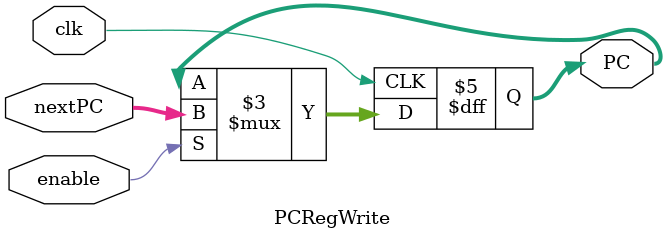
<source format=v>
module PCRegWrite(
    input  wire        clk,      // Clock input
    input  wire [31:0] nextPC,   // Next program counter value
    output reg  [31:0] PC,       // Current program counter value
    input  wire        enable    // Write enable signal (active high)
);

    // Initialize program counter
    initial begin
        PC = 32'b0;             // Reset PC to address zero
    end

    // Update PC on clock edge when enabled
    always @(posedge clk) begin
        if (enable) begin       // Only update when enable is high
            PC <= nextPC;       // Load next instruction address
        end
        // When enable is low, PC maintains its current value
    end

endmodule

</source>
